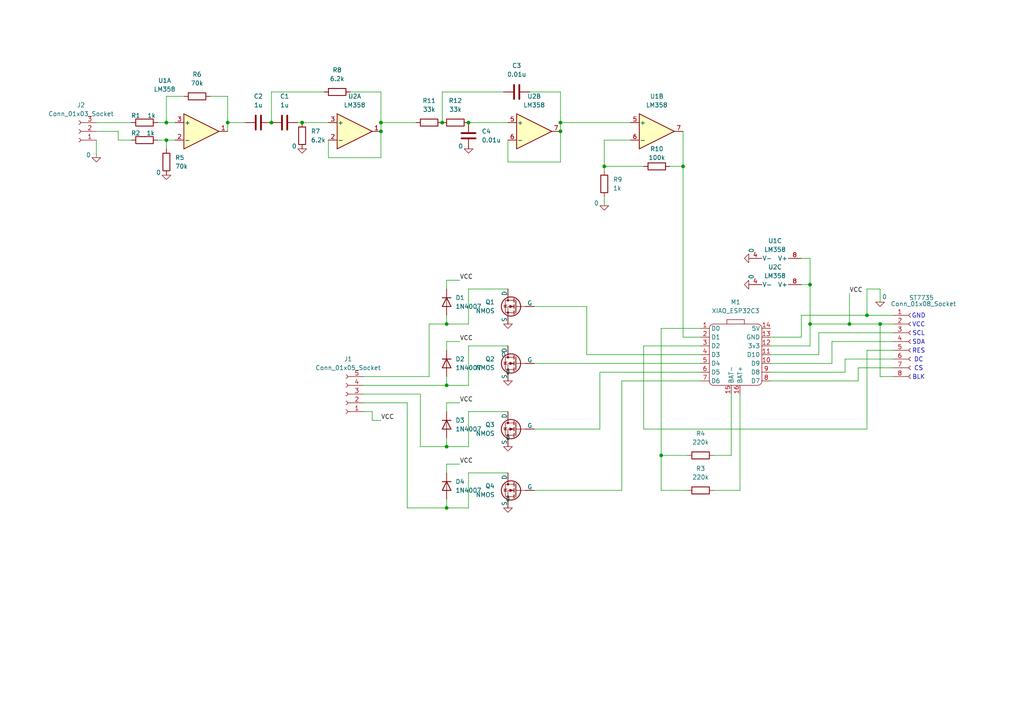
<source format=kicad_sch>
(kicad_sch (version 20250114) (generator "eeschema") (generator_version "9.0")
  (paper "A4")
  (lib_symbols
    (symbol "Amplifier_Operational:LM358" (pin_names (offset 0.127))
      (property "Reference" "U" (at 0 5.08 0))
      (property "Value" "LM358" (at 0 -5.08 0))
      (symbol "LM358_1_1"
        (polyline (pts (xy -5.08 5.08) (xy 5.08 0) (xy -5.08 -5.08) (xy -5.08 5.08)) (stroke (width 0.254)) (fill (type background)))
        (pin input line (at -7.62 2.54 0) (length 2.54) (name "+") (number "3"))
        (pin input line (at -7.62 -2.54 0) (length 2.54) (name "-") (number "2"))
        (pin output line (at 7.62 0 180) (length 2.54) (name "~") (number "1"))
      )
      (symbol "LM358_2_1"
        (polyline (pts (xy -5.08 5.08) (xy 5.08 0) (xy -5.08 -5.08) (xy -5.08 5.08)) (stroke (width 0.254)) (fill (type background)))
        (pin input line (at -7.62 2.54 0) (length 2.54) (name "+") (number "5"))
        (pin input line (at -7.62 -2.54 0) (length 2.54) (name "-") (number "6"))
        (pin output line (at 7.62 0 180) (length 2.54) (name "~") (number "7"))
      )
      (symbol "LM358_3_1"
        (pin power_in line (at -2.54 7.62 270) (length 3.81) (name "V+") (number "8"))
        (pin power_in line (at -2.54 -7.62 90) (length 3.81) (name "V-") (number "4"))
      )
    )
    (symbol "Connector:Conn_01x03_Socket" (pin_names (offset 1.016) (hide yes))
      (property "Reference" "J" (at 0 5.08 0))
      (property "Value" "Conn_01x03_Socket" (at 0 -5.08 0))
      (symbol "Conn_01x03_Socket_1_1"
        (polyline (pts (xy -1.27 2.54) (xy -0.508 2.54)) (stroke (width 0.1524)))
        (polyline (pts (xy -1.27 0) (xy -0.508 0)) (stroke (width 0.1524)))
        (polyline (pts (xy -1.27 -2.54) (xy -0.508 -2.54)) (stroke (width 0.1524)))
        (arc (start 0 2.032) (mid -0.5058 2.54) (end 0 3.048) (stroke (width 0.1524)))
        (arc (start 0 -0.508) (mid -0.5058 0) (end 0 0.508) (stroke (width 0.1524)))
        (arc (start 0 -3.048) (mid -0.5058 -2.54) (end 0 -2.032) (stroke (width 0.1524)))
        (pin passive line (at -5.08 2.54 0) (length 3.81) (name "Pin_1") (number "1"))
        (pin passive line (at -5.08 0 0) (length 3.81) (name "Pin_2") (number "2"))
        (pin passive line (at -5.08 -2.54 0) (length 3.81) (name "Pin_3") (number "3"))
      )
    )
    (symbol "Connector:Conn_01x05_Socket" (pin_names (offset 1.016) (hide yes))
      (property "Reference" "J" (at 0 7.62 0))
      (property "Value" "Conn_01x05_Socket" (at 0 -7.62 0))
      (symbol "Conn_01x05_Socket_1_1"
        (polyline (pts (xy -1.27 5.08) (xy -0.508 5.08)) (stroke (width 0.1524)))
        (polyline (pts (xy -1.27 2.54) (xy -0.508 2.54)) (stroke (width 0.1524)))
        (polyline (pts (xy -1.27 0) (xy -0.508 0)) (stroke (width 0.1524)))
        (polyline (pts (xy -1.27 -2.54) (xy -0.508 -2.54)) (stroke (width 0.1524)))
        (polyline (pts (xy -1.27 -5.08) (xy -0.508 -5.08)) (stroke (width 0.1524)))
        (arc (start 0 4.572) (mid -0.5058 5.08) (end 0 5.588) (stroke (width 0.1524)))
        (arc (start 0 2.032) (mid -0.5058 2.54) (end 0 3.048) (stroke (width 0.1524)))
        (arc (start 0 -0.508) (mid -0.5058 0) (end 0 0.508) (stroke (width 0.1524)))
        (arc (start 0 -3.048) (mid -0.5058 -2.54) (end 0 -2.032) (stroke (width 0.1524)))
        (arc (start 0 -5.588) (mid -0.5058 -5.08) (end 0 -4.572) (stroke (width 0.1524)))
        (pin passive line (at -5.08 5.08 0) (length 3.81) (name "Pin_1") (number "1"))
        (pin passive line (at -5.08 2.54 0) (length 3.81) (name "Pin_2") (number "2"))
        (pin passive line (at -5.08 0 0) (length 3.81) (name "Pin_3") (number "3"))
        (pin passive line (at -5.08 -2.54 0) (length 3.81) (name "Pin_4") (number "4"))
        (pin passive line (at -5.08 -5.08 0) (length 3.81) (name "Pin_5") (number "5"))
      )
    )
    (symbol "Connector:Conn_01x08_Socket" (pin_names (offset 1.016) (hide yes))
      (property "Reference" "J" (at 0 10.16 0))
      (property "Value" "Conn_01x08_Socket" (at 0 -12.7 0))
      (symbol "Conn_01x08_Socket_1_1"
        (polyline (pts (xy -1.27 7.62) (xy -0.508 7.62)) (stroke (width 0.1524)))
        (polyline (pts (xy -1.27 5.08) (xy -0.508 5.08)) (stroke (width 0.1524)))
        (polyline (pts (xy -1.27 2.54) (xy -0.508 2.54)) (stroke (width 0.1524)))
        (polyline (pts (xy -1.27 0) (xy -0.508 0)) (stroke (width 0.1524)))
        (polyline (pts (xy -1.27 -2.54) (xy -0.508 -2.54)) (stroke (width 0.1524)))
        (polyline (pts (xy -1.27 -5.08) (xy -0.508 -5.08)) (stroke (width 0.1524)))
        (polyline (pts (xy -1.27 -7.62) (xy -0.508 -7.62)) (stroke (width 0.1524)))
        (polyline (pts (xy -1.27 -10.16) (xy -0.508 -10.16)) (stroke (width 0.1524)))
        (arc (start 0 7.112) (mid -0.5058 7.62) (end 0 8.128) (stroke (width 0.1524)))
        (arc (start 0 4.572) (mid -0.5058 5.08) (end 0 5.588) (stroke (width 0.1524)))
        (arc (start 0 2.032) (mid -0.5058 2.54) (end 0 3.048) (stroke (width 0.1524)))
        (arc (start 0 -0.508) (mid -0.5058 0) (end 0 0.508) (stroke (width 0.1524)))
        (arc (start 0 -3.048) (mid -0.5058 -2.54) (end 0 -2.032) (stroke (width 0.1524)))
        (arc (start 0 -5.588) (mid -0.5058 -5.08) (end 0 -4.572) (stroke (width 0.1524)))
        (arc (start 0 -8.128) (mid -0.5058 -7.62) (end 0 -7.112) (stroke (width 0.1524)))
        (arc (start 0 -10.668) (mid -0.5058 -10.16) (end 0 -9.652) (stroke (width 0.1524)))
        (pin passive line (at -5.08 7.62 0) (length 3.81) (name "Pin_1") (number "1"))
        (pin passive line (at -5.08 5.08 0) (length 3.81) (name "Pin_2") (number "2"))
        (pin passive line (at -5.08 2.54 0) (length 3.81) (name "Pin_3") (number "3"))
        (pin passive line (at -5.08 0 0) (length 3.81) (name "Pin_4") (number "4"))
        (pin passive line (at -5.08 -2.54 0) (length 3.81) (name "Pin_5") (number "5"))
        (pin passive line (at -5.08 -5.08 0) (length 3.81) (name "Pin_6") (number "6"))
        (pin passive line (at -5.08 -7.62 0) (length 3.81) (name "Pin_7") (number "7"))
        (pin passive line (at -5.08 -10.16 0) (length 3.81) (name "Pin_8") (number "8"))
      )
    )
    (symbol "Device:C" (pin_numbers (hide yes)) (pin_names (offset 0.254))
      (property "Reference" "C" (at 0.635 2.54 0))
      (property "Value" "C" (at 0.635 -2.54 0))
      (symbol "C_0_1"
        (polyline (pts (xy -2.032 0.762) (xy 2.032 0.762)) (stroke (width 0.508)))
        (polyline (pts (xy -2.032 -0.762) (xy 2.032 -0.762)) (stroke (width 0.508)))
      )
      (symbol "C_1_1"
        (pin passive line (at 0 3.81 270) (length 2.794) (name "~") (number "1"))
        (pin passive line (at 0 -3.81 90) (length 2.794) (name "~") (number "2"))
      )
    )
    (symbol "Device:R" (pin_numbers (hide yes)) (pin_names (offset 0))
      (property "Reference" "R" (at 2.032 0 90))
      (property "Value" "R" (at 0 0 90))
      (symbol "R_0_1"
        (rectangle (start -1.016 -2.54) (end 1.016 2.54) (stroke (width 0.254)))
      )
      (symbol "R_1_1"
        (pin passive line (at 0 3.81 270) (length 1.27) (name "~") (number "1"))
        (pin passive line (at 0 -3.81 90) (length 1.27) (name "~") (number "2"))
      )
    )
    (symbol "Diode:1N4007" (pin_numbers (hide yes)) (pin_names (hide yes))
      (property "Reference" "D" (at 0 2.54 0))
      (property "Value" "1N4007" (at 0 -2.54 0))
      (symbol "1N4007_0_1"
        (polyline (pts (xy -1.27 1.27) (xy -1.27 -1.27)) (stroke (width 0.254)))
        (polyline (pts (xy 1.27 1.27) (xy 1.27 -1.27) (xy -1.27 0) (xy 1.27 1.27)) (stroke (width 0.254)))
        (polyline (pts (xy 1.27 0) (xy -1.27 0)))
      )
      (symbol "1N4007_1_1"
        (pin passive line (at -3.81 0 0) (length 2.54) (name "K") (number "1"))
        (pin passive line (at 3.81 0 180) (length 2.54) (name "A") (number "2"))
      )
    )
    (symbol "Simulation_SPICE:0" (power) (pin_numbers (hide yes)) (pin_names (offset 0) (hide yes))
      (property "Value" "0" (at 0 -2.54 0))
      (symbol "0_0_1"
        (polyline (pts (xy -1.27 0) (xy 0 -1.27) (xy 1.27 0) (xy -1.27 0)))
      )
      (symbol "0_1_1"
        (pin power_in line (at 0 0 0) (length 0) (name "~") (number "1"))
      )
    )
    (symbol "Simulation_SPICE:NMOS" (pin_numbers (hide yes)) (pin_names (offset 0))
      (property "Reference" "Q" (at 5.08 1.27 0))
      (property "Value" "NMOS" (at 5.08 -1.27 0))
      (symbol "NMOS_0_1"
        (polyline (pts (xy 0.254 1.905) (xy 0.254 -1.905)) (stroke (width 0.254)))
        (polyline (pts (xy 0.254 0) (xy -2.54 0)))
        (polyline (pts (xy 0.762 2.286) (xy 0.762 1.27)) (stroke (width 0.254)))
        (polyline (pts (xy 0.762 0.508) (xy 0.762 -0.508)) (stroke (width 0.254)))
        (polyline (pts (xy 0.762 -1.27) (xy 0.762 -2.286)) (stroke (width 0.254)))
        (polyline (pts (xy 0.762 -1.778) (xy 3.302 -1.778) (xy 3.302 1.778) (xy 0.762 1.778)))
        (polyline (pts (xy 1.016 0) (xy 2.032 0.381) (xy 2.032 -0.381) (xy 1.016 0)) (fill (type outline)))
        (circle (center 1.651 0) (radius 2.794) (stroke (width 0.254)))
        (polyline (pts (xy 2.54 2.54) (xy 2.54 1.778)))
        (circle (center 2.54 1.778) (radius 0.254) (fill (type outline)))
        (circle (center 2.54 -1.778) (radius 0.254) (fill (type outline)))
        (polyline (pts (xy 2.54 -2.54) (xy 2.54 0) (xy 0.762 0)))
        (polyline (pts (xy 2.794 0.508) (xy 2.921 0.381) (xy 3.683 0.381) (xy 3.81 0.254)))
        (polyline (pts (xy 3.302 0.381) (xy 2.921 -0.254) (xy 3.683 -0.254) (xy 3.302 0.381)))
      )
      (symbol "NMOS_1_1"
        (pin input line (at -5.08 0 0) (length 2.54) (name "G") (number "2"))
        (pin passive line (at 2.54 5.08 270) (length 2.54) (name "D") (number "1"))
        (pin passive line (at 2.54 -5.08 90) (length 2.54) (name "S") (number "3"))
      )
    )
    (symbol "System_On_Chip:XIAO_ESP32C3"
      (property "Reference" "M" (at 0 12.7 0))
      (property "Value" "XIAO_ESP32C3" (at 0 10.414 0))
      (symbol "XIAO_ESP32C3_0_1"
        (polyline (pts (xy -7.62 -8.89) (xy -7.62 6.35)))
        (polyline (pts (xy -6.35 7.62) (xy 6.35 7.62) (xy -2.54 7.62) (xy -2.54 8.89) (xy 2.54 8.89) (xy 2.54 7.62)))
        (polyline (pts (xy -6.35 -10.16) (xy 6.35 -10.16)))
        (arc (start -7.62 6.35) (mid -7.248 7.248) (end -6.35 7.62))
        (arc (start -6.35 -10.16) (mid -7.248 -9.788) (end -7.62 -8.89))
        (arc (start 6.35 7.62) (mid 7.248 7.248) (end 7.62 6.35))
        (arc (start 7.62 -8.89) (mid 7.248 -9.788) (end 6.35 -10.16))
        (polyline (pts (xy 7.62 -8.89) (xy 7.62 6.35)))
      )
      (symbol "XIAO_ESP32C3_1_1"
        (pin bidirectional line (at -10.16 6.35 0) (length 2.54) (name "D0") (number "1"))
        (pin bidirectional line (at -10.16 3.81 0) (length 2.54) (name "D1") (number "2"))
        (pin bidirectional line (at -10.16 1.27 0) (length 2.54) (name "D2") (number "3"))
        (pin bidirectional line (at -10.16 -1.27 0) (length 2.54) (name "D3") (number "4"))
        (pin bidirectional line (at -10.16 -3.81 0) (length 2.54) (name "D4") (number "5"))
        (pin bidirectional line (at -10.16 -6.35 0) (length 2.54) (name "D5") (number "6"))
        (pin bidirectional line (at -10.16 -8.89 0) (length 2.54) (name "D6") (number "7"))
        (pin power_in line (at -1.27 -12.7 90) (length 2.54) (name "BAT-") (number "15"))
        (pin power_in line (at 1.27 -12.7 90) (length 2.54) (name "BAT+") (number "16"))
        (pin bidirectional line (at 10.16 6.35 180) (length 2.54) (name "5V") (number "14"))
        (pin bidirectional line (at 10.16 3.81 180) (length 2.54) (name "GND") (number "13"))
        (pin bidirectional line (at 10.16 1.27 180) (length 2.54) (name "3v3") (number "12"))
        (pin bidirectional line (at 10.16 -1.27 180) (length 2.54) (name "D10") (number "11"))
        (pin bidirectional line (at 10.16 -3.81 180) (length 2.54) (name "D9") (number "10"))
        (pin bidirectional line (at 10.16 -6.35 180) (length 2.54) (name "D8") (number "9"))
        (pin bidirectional line (at 10.16 -8.89 180) (length 2.54) (name "D7") (number "8"))
      )
    )
  )
  (text "SDA" (at 266.446 99.314 0) (effects (font (size 1.27 1.27))))
  (text "SCL" (at 266.446 96.774 0) (effects (font (size 1.27 1.27))))
  (text "CS" (at 266.446 106.934 0) (effects (font (size 1.27 1.27))))
  (text "VCC" (at 266.446 94.234 0) (effects (font (size 1.27 1.27))))
  (text "GND" (at 266.446 91.694 0) (effects (font (size 1.27 1.27))))
  (text "DC" (at 266.446 104.394 0) (effects (font (size 1.27 1.27))))
  (text "BLK" (at 266.446 109.474 0) (effects (font (size 1.27 1.27))))
  (text "RES" (at 266.446 101.854 0) (effects (font (size 1.27 1.27))))
  (junction (at 128.27 35.56))
  (junction (at 255.27 93.98))
  (junction (at 251.46 91.44))
  (junction (at 234.95 82.55))
  (junction (at 48.26 40.64))
  (junction (at 48.26 35.56))
  (junction (at 129.54 129.54))
  (junction (at 129.54 111.76))
  (junction (at 198.12 48.26))
  (junction (at 129.54 147.32))
  (junction (at 110.49 35.56))
  (junction (at 191.77 132.08))
  (junction (at 87.63 35.56))
  (junction (at 129.54 93.98))
  (junction (at 66.04 35.56))
  (junction (at 162.56 38.1))
  (junction (at 78.74 35.56))
  (junction (at 162.56 35.56))
  (junction (at 234.95 93.98))
  (junction (at 135.89 35.56))
  (junction (at 110.49 38.1))
  (junction (at 246.38 93.98))
  (junction (at 175.26 48.26))
  (wire (pts (xy 129.54 93.98) (xy 135.89 93.98)))
  (wire (pts (xy 135.89 111.76) (xy 135.89 100.33)))
  (wire (pts (xy 129.54 111.76) (xy 135.89 111.76)))
  (wire (pts (xy 198.12 48.26) (xy 198.12 97.79)))
  (wire (pts (xy 251.46 101.6) (xy 259.08 101.6)))
  (wire (pts (xy 245.11 104.14) (xy 245.11 107.95)))
  (wire (pts (xy 86.36 35.56) (xy 87.63 35.56)))
  (wire (pts (xy 129.54 147.32) (xy 135.89 147.32)))
  (wire (pts (xy 191.77 142.24) (xy 199.39 142.24)))
  (wire (pts (xy 129.54 129.54) (xy 135.89 129.54)))
  (wire (pts (xy 259.08 104.14) (xy 245.11 104.14)))
  (wire (pts (xy 129.54 99.06) (xy 129.54 101.6)))
  (wire (pts (xy 214.63 114.3) (xy 214.63 142.24)))
  (wire (pts (xy 173.99 107.95) (xy 203.2 107.95)))
  (wire (pts (xy 135.89 35.56) (xy 147.32 35.56)))
  (wire (pts (xy 251.46 83.82) (xy 255.27 83.82)))
  (wire (pts (xy 191.77 95.25) (xy 191.77 132.08)))
  (wire (pts (xy 60.96 27.94) (xy 66.04 27.94)))
  (wire (pts (xy 124.46 109.22) (xy 105.41 109.22)))
  (wire (pts (xy 237.49 96.52) (xy 259.08 96.52)))
  (wire (pts (xy 48.26 40.64) (xy 50.8 40.64)))
  (wire (pts (xy 162.56 35.56) (xy 182.88 35.56)))
  (wire (pts (xy 133.35 116.84) (xy 129.54 116.84)))
  (wire (pts (xy 180.34 110.49) (xy 180.34 142.24)))
  (wire (pts (xy 124.46 93.98) (xy 124.46 109.22)))
  (wire (pts (xy 246.38 93.98) (xy 255.27 93.98)))
  (wire (pts (xy 207.01 132.08) (xy 212.09 132.08)))
  (wire (pts (xy 121.92 129.54) (xy 121.92 114.3)))
  (wire (pts (xy 191.77 132.08) (xy 199.39 132.08)))
  (wire (pts (xy 118.11 116.84) (xy 105.41 116.84)))
  (wire (pts (xy 135.89 137.16) (xy 147.32 137.16)))
  (wire (pts (xy 241.3 99.06) (xy 259.08 99.06)))
  (wire (pts (xy 48.26 35.56) (xy 50.8 35.56)))
  (wire (pts (xy 175.26 49.53) (xy 175.26 48.26)))
  (wire (pts (xy 128.27 26.67) (xy 128.27 35.56)))
  (wire (pts (xy 121.92 114.3) (xy 105.41 114.3)))
  (wire (pts (xy 154.94 105.41) (xy 203.2 105.41)))
  (wire (pts (xy 170.18 102.87) (xy 203.2 102.87)))
  (wire (pts (xy 95.25 45.72) (xy 110.49 45.72)))
  (wire (pts (xy 223.52 100.33) (xy 234.95 100.33)))
  (wire (pts (xy 170.18 102.87) (xy 170.18 88.9)))
  (wire (pts (xy 234.95 93.98) (xy 246.38 93.98)))
  (wire (pts (xy 110.49 26.67) (xy 110.49 35.56)))
  (wire (pts (xy 223.52 110.49) (xy 248.92 110.49)))
  (wire (pts (xy 207.01 142.24) (xy 214.63 142.24)))
  (wire (pts (xy 232.41 91.44) (xy 251.46 91.44)))
  (wire (pts (xy 180.34 142.24) (xy 154.94 142.24)))
  (wire (pts (xy 234.95 74.93) (xy 234.95 82.55)))
  (wire (pts (xy 175.26 48.26) (xy 186.69 48.26)))
  (wire (pts (xy 45.72 35.56) (xy 48.26 35.56)))
  (wire (pts (xy 170.18 88.9) (xy 154.94 88.9)))
  (wire (pts (xy 129.54 127) (xy 129.54 129.54)))
  (wire (pts (xy 34.29 38.1) (xy 34.29 40.64)))
  (wire (pts (xy 135.89 129.54) (xy 135.89 119.38)))
  (wire (pts (xy 87.63 35.56) (xy 95.25 35.56)))
  (wire (pts (xy 48.26 43.18) (xy 48.26 40.64)))
  (wire (pts (xy 232.41 82.55) (xy 234.95 82.55)))
  (wire (pts (xy 173.99 107.95) (xy 173.99 124.46)))
  (wire (pts (xy 198.12 97.79) (xy 203.2 97.79)))
  (wire (pts (xy 241.3 99.06) (xy 241.3 105.41)))
  (wire (pts (xy 180.34 110.49) (xy 203.2 110.49)))
  (wire (pts (xy 259.08 91.44) (xy 251.46 91.44)))
  (wire (pts (xy 186.69 124.46) (xy 251.46 124.46)))
  (wire (pts (xy 101.6 26.67) (xy 110.49 26.67)))
  (wire (pts (xy 129.54 81.28) (xy 129.54 83.82)))
  (wire (pts (xy 121.92 129.54) (xy 129.54 129.54)))
  (wire (pts (xy 191.77 132.08) (xy 191.77 142.24)))
  (wire (pts (xy 110.49 35.56) (xy 110.49 38.1)))
  (wire (pts (xy 95.25 40.64) (xy 95.25 45.72)))
  (wire (pts (xy 232.41 97.79) (xy 223.52 97.79)))
  (wire (pts (xy 234.95 93.98) (xy 234.95 100.33)))
  (wire (pts (xy 27.94 35.56) (xy 38.1 35.56)))
  (wire (pts (xy 175.26 48.26) (xy 175.26 40.64)))
  (wire (pts (xy 124.46 93.98) (xy 129.54 93.98)))
  (wire (pts (xy 191.77 95.25) (xy 203.2 95.25)))
  (wire (pts (xy 255.27 83.82) (xy 255.27 87.63)))
  (wire (pts (xy 223.52 102.87) (xy 237.49 102.87)))
  (wire (pts (xy 66.04 35.56) (xy 71.12 35.56)))
  (wire (pts (xy 48.26 27.94) (xy 53.34 27.94)))
  (wire (pts (xy 129.54 134.62) (xy 129.54 137.16)))
  (wire (pts (xy 135.89 83.82) (xy 147.32 83.82)))
  (wire (pts (xy 186.69 100.33) (xy 186.69 124.46)))
  (wire (pts (xy 246.38 85.09) (xy 246.38 93.98)))
  (wire (pts (xy 173.99 124.46) (xy 154.94 124.46)))
  (wire (pts (xy 259.08 106.68) (xy 248.92 106.68)))
  (wire (pts (xy 146.05 26.67) (xy 128.27 26.67)))
  (wire (pts (xy 232.41 91.44) (xy 232.41 97.79)))
  (wire (pts (xy 194.31 48.26) (xy 198.12 48.26)))
  (wire (pts (xy 66.04 27.94) (xy 66.04 35.56)))
  (wire (pts (xy 162.56 26.67) (xy 162.56 35.56)))
  (wire (pts (xy 118.11 147.32) (xy 129.54 147.32)))
  (wire (pts (xy 234.95 82.55) (xy 234.95 93.98)))
  (wire (pts (xy 110.49 121.92) (xy 107.95 121.92)))
  (wire (pts (xy 135.89 93.98) (xy 135.89 83.82)))
  (wire (pts (xy 147.32 40.64) (xy 147.32 46.99)))
  (wire (pts (xy 248.92 106.68) (xy 248.92 110.49)))
  (wire (pts (xy 223.52 107.95) (xy 245.11 107.95)))
  (wire (pts (xy 175.26 40.64) (xy 182.88 40.64)))
  (wire (pts (xy 186.69 100.33) (xy 203.2 100.33)))
  (wire (pts (xy 223.52 105.41) (xy 241.3 105.41)))
  (wire (pts (xy 212.09 114.3) (xy 212.09 132.08)))
  (wire (pts (xy 45.72 40.64) (xy 48.26 40.64)))
  (wire (pts (xy 255.27 109.22) (xy 259.08 109.22)))
  (wire (pts (xy 133.35 134.62) (xy 129.54 134.62)))
  (wire (pts (xy 232.41 74.93) (xy 234.95 74.93)))
  (wire (pts (xy 78.74 26.67) (xy 93.98 26.67)))
  (wire (pts (xy 118.11 147.32) (xy 118.11 116.84)))
  (wire (pts (xy 66.04 35.56) (xy 66.04 38.1)))
  (wire (pts (xy 107.95 121.92) (xy 107.95 119.38)))
  (wire (pts (xy 147.32 46.99) (xy 162.56 46.99)))
  (wire (pts (xy 153.67 26.67) (xy 162.56 26.67)))
  (wire (pts (xy 237.49 96.52) (xy 237.49 102.87)))
  (wire (pts (xy 105.41 111.76) (xy 129.54 111.76)))
  (wire (pts (xy 175.26 59.69) (xy 175.26 57.15)))
  (wire (pts (xy 251.46 124.46) (xy 251.46 101.6)))
  (wire (pts (xy 251.46 91.44) (xy 251.46 83.82)))
  (wire (pts (xy 107.95 119.38) (xy 105.41 119.38)))
  (wire (pts (xy 48.26 35.56) (xy 48.26 27.94)))
  (wire (pts (xy 78.74 35.56) (xy 78.74 26.67)))
  (wire (pts (xy 135.89 147.32) (xy 135.89 137.16)))
  (wire (pts (xy 110.49 45.72) (xy 110.49 38.1)))
  (wire (pts (xy 255.27 93.98) (xy 255.27 109.22)))
  (wire (pts (xy 34.29 40.64) (xy 38.1 40.64)))
  (wire (pts (xy 129.54 116.84) (xy 129.54 119.38)))
  (wire (pts (xy 255.27 93.98) (xy 259.08 93.98)))
  (wire (pts (xy 129.54 109.22) (xy 129.54 111.76)))
  (wire (pts (xy 162.56 46.99) (xy 162.56 38.1)))
  (wire (pts (xy 129.54 91.44) (xy 129.54 93.98)))
  (wire (pts (xy 133.35 99.06) (xy 129.54 99.06)))
  (wire (pts (xy 129.54 144.78) (xy 129.54 147.32)))
  (wire (pts (xy 135.89 119.38) (xy 147.32 119.38)))
  (wire (pts (xy 110.49 35.56) (xy 120.65 35.56)))
  (wire (pts (xy 162.56 35.56) (xy 162.56 38.1)))
  (wire (pts (xy 27.94 38.1) (xy 34.29 38.1)))
  (wire (pts (xy 198.12 48.26) (xy 198.12 38.1)))
  (wire (pts (xy 135.89 100.33) (xy 147.32 100.33)))
  (wire (pts (xy 27.94 45.72) (xy 27.94 40.64)))
  (wire (pts (xy 133.35 81.28) (xy 129.54 81.28)))
  (label "VCC" (at 133.35 99.06 0))
  (label "VCC" (at 246.38 85.09 0))
  (label "VCC" (at 133.35 81.28 0))
  (label "VCC" (at 110.49 121.92 0))
  (label "VCC" (at 133.35 134.62 0))
  (label "VCC" (at 133.35 116.84 0))
  (symbol (lib_id "Device:R") (at 132.08 35.56 270) (unit 1)
    (property "Reference" "R12" (at 132.08 29.21 90))
    (property "Value" "33k" (at 132.08 31.75 90))
    (property "Description" "Resistor" (effects (hide yes)))
  )
  (symbol (lib_id "Device:C") (at 135.89 39.37 180) (unit 1)
    (property "Reference" "C4" (at 139.7 38.0999 0) (effects (justify right)))
    (property "Value" "0.01u" (at 139.7 40.6399 0) (effects (justify right)))
    (property "Description" "Unpolarized capacitor" (effects (hide yes)))
  )
  (symbol (lib_id "Simulation_SPICE:0") (at 175.26 59.69 0) (mirror y) (unit 1)
    (property "Reference" "#GND010" (effects (hide yes)))
    (property "Value" "0" (at 172.974 58.928 0))
    (property "Datasheet" "https://ngspice.sourceforge.io/docs/ngspice-html-manual/manual.xhtml#subsec_Circuit_elements__device" (effects (hide yes)))
    (property "Description" "0V reference potential for simulation" (effects (hide yes)))
  )
  (symbol (lib_id "Amplifier_Operational:LM358") (at 224.79 77.47 270) (unit 3)
    (property "Reference" "U1" (at 224.79 69.85 90))
    (property "Value" "LM358" (at 224.79 72.39 90))
    (property "Footprint" "Package_DIP:DIP-8_W7.62mm_Socket" (effects (hide yes)))
    (property "Datasheet" "http://www.ti.com/lit/ds/symlink/lm2904-n.pdf" (effects (hide yes)))
    (property "Description" "Low-Power, Dual Operational Amplifiers, DIP-8/SOIC-8/TO-99-8" (effects (hide yes)))
  )
  (symbol (lib_id "Simulation_SPICE:0") (at 217.17 74.93 270) (mirror x) (unit 1)
    (property "Reference" "#GND011" (effects (hide yes)))
    (property "Value" "0" (at 217.932 72.644 0))
    (property "Datasheet" "https://ngspice.sourceforge.io/docs/ngspice-html-manual/manual.xhtml#subsec_Circuit_elements__device" (effects (hide yes)))
    (property "Description" "0V reference potential for simulation" (effects (hide yes)))
  )
  (symbol (lib_id "Device:R") (at 97.79 26.67 270) (unit 1)
    (property "Reference" "R8" (at 97.79 20.32 90))
    (property "Value" "6.2k" (at 97.79 22.86 90))
    (property "Description" "Resistor" (effects (hide yes)))
  )
  (symbol (lib_id "Device:C") (at 82.55 35.56 90) (unit 1)
    (property "Reference" "C1" (at 82.55 27.94 90))
    (property "Value" "1u" (at 82.55 30.48 90))
    (property "Description" "Unpolarized capacitor" (effects (hide yes)))
  )
  (symbol (lib_id "Amplifier_Operational:LM358") (at 58.42 38.1 0) (unit 1)
    (property "Reference" "U1" (at 47.752 23.368 0))
    (property "Value" "LM358" (at 47.752 25.908 0))
    (property "Footprint" "Package_DIP:DIP-8_W7.62mm_Socket" (effects (hide yes)))
    (property "Datasheet" "http://www.ti.com/lit/ds/symlink/lm2904-n.pdf" (effects (hide yes)))
    (property "Description" "Low-Power, Dual Operational Amplifiers, DIP-8/SOIC-8/TO-99-8" (effects (hide yes)))
  )
  (symbol (lib_id "Device:R") (at 57.15 27.94 270) (unit 1)
    (property "Reference" "R6" (at 57.15 21.59 90))
    (property "Value" "70k" (at 57.15 24.13 90))
    (property "Description" "Resistor" (effects (hide yes)))
  )
  (symbol (lib_id "Simulation_SPICE:0") (at 48.26 50.8 0) (mirror y) (unit 1)
    (property "Reference" "#GND06" (effects (hide yes)))
    (property "Value" "0" (at 45.974 50.038 0))
    (property "Datasheet" "https://ngspice.sourceforge.io/docs/ngspice-html-manual/manual.xhtml#subsec_Circuit_elements__device" (effects (hide yes)))
    (property "Description" "0V reference potential for simulation" (effects (hide yes)))
  )
  (symbol (lib_id "Amplifier_Operational:LM358") (at 190.5 38.1 0) (unit 2)
    (property "Reference" "U1" (at 190.5 27.94 0))
    (property "Value" "LM358" (at 190.5 30.48 0))
    (property "Footprint" "Package_DIP:DIP-8_W7.62mm_Socket" (effects (hide yes)))
    (property "Datasheet" "http://www.ti.com/lit/ds/symlink/lm2904-n.pdf" (effects (hide yes)))
    (property "Description" "Low-Power, Dual Operational Amplifiers, DIP-8/SOIC-8/TO-99-8" (effects (hide yes)))
  )
  (symbol (lib_id "Amplifier_Operational:LM358") (at 102.87 38.1 0) (unit 1)
    (property "Reference" "U2" (at 102.87 27.94 0))
    (property "Value" "LM358" (at 102.87 30.48 0))
    (property "Datasheet" "http://www.ti.com/lit/ds/symlink/lm2904-n.pdf" (effects (hide yes)))
    (property "Description" "Low-Power, Dual Operational Amplifiers, DIP-8/SOIC-8/TO-99-8" (effects (hide yes)))
  )
  (symbol (lib_id "Device:R") (at 190.5 48.26 270) (unit 1)
    (property "Reference" "R10" (at 190.5 43.18 90))
    (property "Value" "100k" (at 190.5 45.72 90))
    (property "Description" "Resistor" (effects (hide yes)))
  )
  (symbol (lib_id "Simulation_SPICE:0") (at 147.32 147.32 0) (mirror y) (unit 1)
    (property "Reference" "#GND04" (effects (hide yes)))
    (property "Value" "0" (at 147.32 144.78 0))
    (property "Datasheet" "https://ngspice.sourceforge.io/docs/ngspice-html-manual/manual.xhtml#subsec_Circuit_elements__device" (effects (hide yes)))
    (property "Description" "0V reference potential for simulation" (effects (hide yes)))
  )
  (symbol (lib_id "Device:R") (at 41.91 35.56 90) (unit 1)
    (property "Reference" "R1" (at 39.37 33.528 90))
    (property "Value" "1k" (at 43.942 33.528 90))
    (property "Description" "Resistor" (effects (hide yes)))
  )
  (symbol (lib_id "Simulation_SPICE:0") (at 135.89 43.18 0) (mirror y) (unit 1)
    (property "Reference" "#GND012" (effects (hide yes)))
    (property "Value" "0" (at 133.604 42.418 0))
    (property "Datasheet" "https://ngspice.sourceforge.io/docs/ngspice-html-manual/manual.xhtml#subsec_Circuit_elements__device" (effects (hide yes)))
    (property "Description" "0V reference potential for simulation" (effects (hide yes)))
  )
  (symbol (lib_id "Connector:Conn_01x05_Socket") (at 100.33 114.3 180) (unit 1)
    (property "Reference" "J1" (at 100.965 104.14 0))
    (property "Value" "Conn_01x05_Socket" (at 100.965 106.68 0))
    (property "Footprint" "Connector_PinHeader_2.54mm:PinHeader_1x05_P2.54mm_Vertical" (effects (hide yes)))
    (property "Description" "Generic connector, single row, 01x05, script generated" (effects (hide yes)))
  )
  (symbol (lib_id "Device:R") (at 87.63 39.37 180) (unit 1)
    (property "Reference" "R7" (at 90.17 38.0999 0) (effects (justify right)))
    (property "Value" "6.2k" (at 90.17 40.6399 0) (effects (justify right)))
    (property "Description" "Resistor" (effects (hide yes)))
  )
  (symbol (lib_id "Device:R") (at 124.46 35.56 270) (unit 1)
    (property "Reference" "R11" (at 124.46 29.21 90))
    (property "Value" "33k" (at 124.46 31.75 90))
    (property "Description" "Resistor" (effects (hide yes)))
  )
  (symbol (lib_id "Simulation_SPICE:NMOS") (at 149.86 142.24 0) (mirror y) (unit 1)
    (property "Reference" "Q4" (at 143.51 140.9699 0) (effects (justify left)))
    (property "Value" "NMOS" (at 143.51 143.5099 0) (effects (justify left)))
    (property "Footprint" "Package_TO_SOT_THT:TO-126-3_Vertical" (effects (hide yes)))
    (property "Datasheet" "https://ngspice.sourceforge.io/docs/ngspice-html-manual/manual.xhtml#cha_MOSFETs" (effects (hide yes)))
    (property "Description" "N-MOSFET transistor, drain/source/gate" (effects (hide yes)))
    (property "Sim.Device" "NMOS" (effects (hide yes)))
    (property "Sim.Type" "VDMOS" (effects (hide yes)))
    (property "Sim.Pins" "1=D 2=G 3=S" (effects (hide yes)))
  )
  (symbol (lib_id "Device:R") (at 203.2 142.24 90) (unit 1)
    (property "Reference" "R3" (at 203.2 135.89 90))
    (property "Value" "220k" (at 203.2 138.43 90))
    (property "Description" "Resistor" (effects (hide yes)))
  )
  (symbol (lib_id "Connector:Conn_01x03_Socket") (at 22.86 38.1 180) (unit 1)
    (property "Reference" "J2" (at 23.495 30.48 0))
    (property "Value" "Conn_01x03_Socket" (at 23.495 33.02 0))
    (property "Description" "Generic connector, single row, 01x03, script generated" (effects (hide yes)))
  )
  (symbol (lib_id "Device:R") (at 41.91 40.64 90) (unit 1)
    (property "Reference" "R2" (at 39.37 38.608 90))
    (property "Value" "1k" (at 43.688 38.608 90))
    (property "Description" "Resistor" (effects (hide yes)))
  )
  (symbol (lib_id "Device:R") (at 175.26 53.34 180) (unit 1)
    (property "Reference" "R9" (at 177.8 52.0699 0) (effects (justify right)))
    (property "Value" "1k" (at 177.8 54.6099 0) (effects (justify right)))
    (property "Description" "Resistor" (effects (hide yes)))
  )
  (symbol (lib_id "Simulation_SPICE:0") (at 255.27 87.63 0) (unit 1)
    (property "Reference" "#GND05" (effects (hide yes)))
    (property "Value" "0" (at 256.54 86.106 0))
    (property "Datasheet" "https://ngspice.sourceforge.io/docs/ngspice-html-manual/manual.xhtml#subsec_Circuit_elements__device" (effects (hide yes)))
    (property "Description" "0V reference potential for simulation" (effects (hide yes)))
  )
  (symbol (lib_id "Device:R") (at 203.2 132.08 90) (unit 1)
    (property "Reference" "R4" (at 203.2 125.73 90))
    (property "Value" "220k" (at 203.2 128.27 90))
    (property "Description" "Resistor" (effects (hide yes)))
  )
  (symbol (lib_id "Simulation_SPICE:0") (at 87.63 43.18 0) (mirror y) (unit 1)
    (property "Reference" "#GND09" (effects (hide yes)))
    (property "Value" "0" (at 85.344 42.418 0))
    (property "Datasheet" "https://ngspice.sourceforge.io/docs/ngspice-html-manual/manual.xhtml#subsec_Circuit_elements__device" (effects (hide yes)))
    (property "Description" "0V reference potential for simulation" (effects (hide yes)))
  )
  (symbol (lib_id "Simulation_SPICE:0") (at 147.32 93.98 0) (mirror y) (unit 1)
    (property "Reference" "#GND01" (effects (hide yes)))
    (property "Value" "0" (at 146.05 102.87 0))
    (property "Datasheet" "https://ngspice.sourceforge.io/docs/ngspice-html-manual/manual.xhtml#subsec_Circuit_elements__device" (effects (hide yes)))
    (property "Description" "0V reference potential for simulation" (effects (hide yes)))
  )
  (symbol (lib_id "Device:C") (at 149.86 26.67 90) (unit 1)
    (property "Reference" "C3" (at 149.86 19.05 90))
    (property "Value" "0.01u" (at 149.86 21.59 90))
    (property "Description" "Unpolarized capacitor" (effects (hide yes)))
  )
  (symbol (lib_id "Simulation_SPICE:NMOS") (at 149.86 124.46 0) (mirror y) (unit 1)
    (property "Reference" "Q3" (at 143.51 123.1899 0) (effects (justify left)))
    (property "Value" "NMOS" (at 143.51 125.7299 0) (effects (justify left)))
    (property "Footprint" "Package_TO_SOT_THT:TO-126-3_Vertical" (effects (hide yes)))
    (property "Datasheet" "https://ngspice.sourceforge.io/docs/ngspice-html-manual/manual.xhtml#cha_MOSFETs" (effects (hide yes)))
    (property "Description" "N-MOSFET transistor, drain/source/gate" (effects (hide yes)))
    (property "Sim.Device" "NMOS" (effects (hide yes)))
    (property "Sim.Type" "VDMOS" (effects (hide yes)))
    (property "Sim.Pins" "1=D 2=G 3=S" (effects (hide yes)))
  )
  (symbol (lib_id "Diode:1N4007") (at 129.54 140.97 270) (unit 1)
    (property "Reference" "D4" (at 132.08 139.6999 90) (effects (justify left)))
    (property "Value" "1N4007" (at 132.08 142.2399 90) (effects (justify left)))
    (property "Footprint" "Diode_THT:D_DO-41_SOD81_P10.16mm_Horizontal" (effects (hide yes)))
    (property "Datasheet" "http://www.vishay.com/docs/88503/1n4001.pdf" (effects (hide yes)))
    (property "Description" "1000V 1A General Purpose Rectifier Diode, DO-41" (effects (hide yes)))
    (property "Sim.Device" "D" (effects (hide yes)))
    (property "Sim.Pins" "1=K 2=A" (effects (hide yes)))
  )
  (symbol (lib_id "System_On_Chip:XIAO_ESP32C3") (at 213.36 101.6 0) (unit 1)
    (property "Reference" "M1" (at 213.36 87.63 0))
    (property "Value" "XIAO_ESP32C3" (at 213.36 90.17 0))
    (property "Footprint" "System_On_Chip:XIAO_ESP32C3_THR" (effects (hide yes)))
  )
  (symbol (lib_id "Diode:1N4007") (at 129.54 105.41 270) (unit 1)
    (property "Reference" "D2" (at 132.08 104.1399 90) (effects (justify left)))
    (property "Value" "1N4007" (at 132.08 106.6799 90) (effects (justify left)))
    (property "Footprint" "Diode_THT:D_DO-41_SOD81_P10.16mm_Horizontal" (effects (hide yes)))
    (property "Datasheet" "http://www.vishay.com/docs/88503/1n4001.pdf" (effects (hide yes)))
    (property "Description" "1000V 1A General Purpose Rectifier Diode, DO-41" (effects (hide yes)))
    (property "Sim.Device" "D" (effects (hide yes)))
    (property "Sim.Pins" "1=K 2=A" (effects (hide yes)))
  )
  (symbol (lib_id "Amplifier_Operational:LM358") (at 224.79 85.09 270) (unit 3)
    (property "Reference" "U2" (at 224.79 77.47 90))
    (property "Value" "LM358" (at 224.79 80.01 90))
    (property "Datasheet" "http://www.ti.com/lit/ds/symlink/lm2904-n.pdf" (effects (hide yes)))
    (property "Description" "Low-Power, Dual Operational Amplifiers, DIP-8/SOIC-8/TO-99-8" (effects (hide yes)))
  )
  (symbol (lib_id "Device:C") (at 74.93 35.56 90) (unit 1)
    (property "Reference" "C2" (at 74.93 27.94 90))
    (property "Value" "1u" (at 74.93 30.48 90))
    (property "Description" "Unpolarized capacitor" (effects (hide yes)))
  )
  (symbol (lib_id "Device:R") (at 48.26 46.99 180) (unit 1)
    (property "Reference" "R5" (at 50.8 45.7199 0) (effects (justify right)))
    (property "Value" "70k" (at 50.8 48.2599 0) (effects (justify right)))
    (property "Description" "Resistor" (effects (hide yes)))
  )
  (symbol (lib_id "Simulation_SPICE:0") (at 217.17 82.55 270) (mirror x) (unit 1)
    (property "Reference" "#GND08" (effects (hide yes)))
    (property "Value" "0" (at 217.932 80.264 0))
    (property "Datasheet" "https://ngspice.sourceforge.io/docs/ngspice-html-manual/manual.xhtml#subsec_Circuit_elements__device" (effects (hide yes)))
    (property "Description" "0V reference potential for simulation" (effects (hide yes)))
  )
  (symbol (lib_id "Simulation_SPICE:0") (at 147.32 129.54 0) (mirror y) (unit 1)
    (property "Reference" "#GND03" (effects (hide yes)))
    (property "Value" "0" (at 147.32 127 0))
    (property "Datasheet" "https://ngspice.sourceforge.io/docs/ngspice-html-manual/manual.xhtml#subsec_Circuit_elements__device" (effects (hide yes)))
    (property "Description" "0V reference potential for simulation" (effects (hide yes)))
  )
  (symbol (lib_id "Simulation_SPICE:NMOS") (at 149.86 88.9 0) (mirror y) (unit 1)
    (property "Reference" "Q1" (at 143.51 87.6299 0) (effects (justify left)))
    (property "Value" "NMOS" (at 143.51 90.1699 0) (effects (justify left)))
    (property "Footprint" "Package_TO_SOT_THT:TO-126-3_Vertical" (effects (hide yes)))
    (property "Datasheet" "https://ngspice.sourceforge.io/docs/ngspice-html-manual/manual.xhtml#cha_MOSFETs" (effects (hide yes)))
    (property "Description" "N-MOSFET transistor, drain/source/gate" (effects (hide yes)))
    (property "Sim.Device" "NMOS" (effects (hide yes)))
    (property "Sim.Type" "VDMOS" (effects (hide yes)))
    (property "Sim.Pins" "1=D 2=G 3=S" (effects (hide yes)))
  )
  (symbol (lib_id "Simulation_SPICE:0") (at 27.94 45.72 0) (mirror y) (unit 1)
    (property "Reference" "#GND07" (effects (hide yes)))
    (property "Value" "0" (at 25.654 44.958 0))
    (property "Datasheet" "https://ngspice.sourceforge.io/docs/ngspice-html-manual/manual.xhtml#subsec_Circuit_elements__device" (effects (hide yes)))
    (property "Description" "0V reference potential for simulation" (effects (hide yes)))
  )
  (symbol (lib_id "Simulation_SPICE:NMOS") (at 149.86 105.41 0) (mirror y) (unit 1)
    (property "Reference" "Q2" (at 143.51 104.1399 0) (effects (justify left)))
    (property "Value" "NMOS" (at 143.51 106.6799 0) (effects (justify left)))
    (property "Footprint" "Package_TO_SOT_THT:TO-126-3_Vertical" (effects (hide yes)))
    (property "Datasheet" "https://ngspice.sourceforge.io/docs/ngspice-html-manual/manual.xhtml#cha_MOSFETs" (effects (hide yes)))
    (property "Description" "N-MOSFET transistor, drain/source/gate" (effects (hide yes)))
    (property "Sim.Device" "NMOS" (effects (hide yes)))
    (property "Sim.Type" "VDMOS" (effects (hide yes)))
    (property "Sim.Pins" "1=D 2=G 3=S" (effects (hide yes)))
  )
  (symbol (lib_id "Diode:1N4007") (at 129.54 123.19 270) (unit 1)
    (property "Reference" "D3" (at 132.08 121.9199 90) (effects (justify left)))
    (property "Value" "1N4007" (at 132.08 124.4599 90) (effects (justify left)))
    (property "Footprint" "Diode_THT:D_DO-41_SOD81_P10.16mm_Horizontal" (effects (hide yes)))
    (property "Datasheet" "http://www.vishay.com/docs/88503/1n4001.pdf" (effects (hide yes)))
    (property "Description" "1000V 1A General Purpose Rectifier Diode, DO-41" (effects (hide yes)))
    (property "Sim.Device" "D" (effects (hide yes)))
    (property "Sim.Pins" "1=K 2=A" (effects (hide yes)))
  )
  (symbol (lib_id "Amplifier_Operational:LM358") (at 154.94 38.1 0) (unit 2)
    (property "Reference" "U2" (at 154.94 27.94 0))
    (property "Value" "LM358" (at 154.94 30.48 0))
    (property "Datasheet" "http://www.ti.com/lit/ds/symlink/lm2904-n.pdf" (effects (hide yes)))
    (property "Description" "Low-Power, Dual Operational Amplifiers, DIP-8/SOIC-8/TO-99-8" (effects (hide yes)))
  )
  (symbol (lib_id "Diode:1N4007") (at 129.54 87.63 270) (unit 1)
    (property "Reference" "D1" (at 132.08 86.3599 90) (effects (justify left)))
    (property "Value" "1N4007" (at 132.08 88.8999 90) (effects (justify left)))
    (property "Footprint" "Diode_THT:D_DO-41_SOD81_P10.16mm_Horizontal" (effects (hide yes)))
    (property "Datasheet" "http://www.vishay.com/docs/88503/1n4001.pdf" (effects (hide yes)))
    (property "Description" "1000V 1A General Purpose Rectifier Diode, DO-41" (effects (hide yes)))
    (property "Sim.Device" "D" (effects (hide yes)))
    (property "Sim.Pins" "1=K 2=A" (effects (hide yes)))
  )
  (symbol (lib_id "Simulation_SPICE:0") (at 147.32 110.49 0) (mirror y) (unit 1)
    (property "Reference" "#GND02" (effects (hide yes)))
    (property "Value" "0" (at 147.32 107.95 0))
    (property "Datasheet" "https://ngspice.sourceforge.io/docs/ngspice-html-manual/manual.xhtml#subsec_Circuit_elements__device" (effects (hide yes)))
    (property "Description" "0V reference potential for simulation" (effects (hide yes)))
  )
  (symbol (lib_id "Connector:Conn_01x08_Socket") (at 264.16 99.06 0) (unit 1)
    (property "Reference" "ST7735" (at 263.652 86.36 0) (effects (justify left)))
    (property "Value" "Conn_01x08_Socket" (at 258.318 88.138 0) (effects (justify left)))
    (property "Footprint" "Connector_PinHeader_2.54mm:PinHeader_1x08_P2.54mm_Vertical" (effects (hide yes)))
    (property "Description" "Generic connector, single row, 01x08, script generated" (effects (hide yes)))
  )
)
</source>
